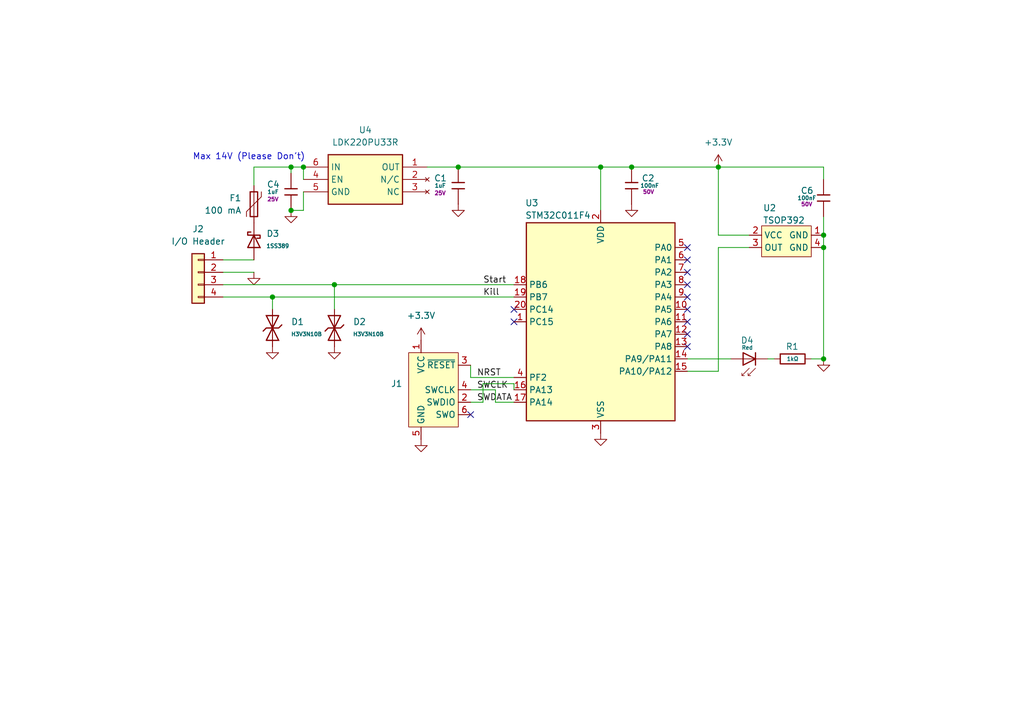
<source format=kicad_sch>
(kicad_sch (version 20250114) (generator "eeschema") (generator_version "9.0")
  (paper "A5")
  (lib_symbols
    (symbol "Connector:Conn_ARM_SWD_TagConnect_TC2030-NL" (in_bom no)
      (property "Reference" "J" (at 2.54 11.43 0))
      (property "Value" "Conn_ARM_SWD_TagConnect_TC2030-NL" (at 2.54 8.89 0))
      (symbol "Conn_ARM_SWD_TagConnect_TC2030-NL_0_0"
        (pin power_in line (at -2.54 10.16 270) (length 2.54) (name "VCC") (number "1"))
        (pin power_in line (at -2.54 -10.16 90) (length 2.54) (name "GND") (number "5"))
        (pin open_collector line (at 7.62 5.08 180) (length 2.54) (name "~{RESET}") (number "3"))
        (pin output line (at 7.62 0 180) (length 2.54) (name "SWCLK") (number "4"))
        (pin bidirectional line (at 7.62 -2.54 180) (length 2.54) (name "SWDIO") (number "2"))
        (pin input line (at 7.62 -5.08 180) (length 2.54) (name "SWO") (number "6"))
      )
      (symbol "Conn_ARM_SWD_TagConnect_TC2030-NL_0_1"
        (rectangle (start -5.08 7.62) (end 5.08 -7.62) (fill (type background)))
      )
    )
    (symbol "Connector_Generic:Conn_01x04" (pin_names (offset 1.016) (hide yes))
      (property "Reference" "J" (at 0 5.08 0))
      (property "Value" "Conn_01x04" (at 0 -7.62 0))
      (symbol "Conn_01x04_1_1"
        (rectangle (start -1.27 3.81) (end 1.27 -6.35) (stroke (width 0.254)) (fill (type background)))
        (rectangle (start -1.27 2.667) (end 0 2.413) (stroke (width 0.1524)))
        (rectangle (start -1.27 0.127) (end 0 -0.127) (stroke (width 0.1524)))
        (rectangle (start -1.27 -2.413) (end 0 -2.667) (stroke (width 0.1524)))
        (rectangle (start -1.27 -4.953) (end 0 -5.207) (stroke (width 0.1524)))
        (pin passive line (at -5.08 2.54 0) (length 3.81) (name "Pin_1") (number "1"))
        (pin passive line (at -5.08 0 0) (length 3.81) (name "Pin_2") (number "2"))
        (pin passive line (at -5.08 -2.54 0) (length 3.81) (name "Pin_3") (number "3"))
        (pin passive line (at -5.08 -5.08 0) (length 3.81) (name "Pin_4") (number "4"))
      )
    )
    (symbol "Device:Polyfuse" (pin_numbers (hide yes)) (pin_names (offset 0))
      (property "Reference" "F" (at -2.54 0 90))
      (property "Value" "Polyfuse" (at 2.54 0 90))
      (symbol "Polyfuse_0_1"
        (polyline (pts (xy -1.524 2.54) (xy -1.524 1.524) (xy 1.524 -1.524) (xy 1.524 -2.54)))
        (rectangle (start -0.762 2.54) (end 0.762 -2.54) (stroke (width 0.254)))
        (polyline (pts (xy 0 2.54) (xy 0 -2.54)))
      )
      (symbol "Polyfuse_1_1"
        (pin passive line (at 0 3.81 270) (length 1.27) (name "~") (number "1"))
        (pin passive line (at 0 -3.81 90) (length 1.27) (name "~") (number "2"))
      )
    )
    (symbol "MCU_ST_STM32C0:STM32C011F4Ux"
      (property "Reference" "U3" (at -15.494 24.384 0))
      (property "Value" "STM32C011F4" (at -15.494 21.844 0))
      (symbol "STM32C011F4Ux_0_1"
        (rectangle (start -15.24 -20.32) (end 15.24 20.32) (stroke (width 0.254)) (fill (type background)))
      )
      (symbol "STM32C011F4Ux_1_1"
        (pin bidirectional line (at -17.78 7.62 0) (length 2.54) (name "PB6") (number "18"))
        (pin bidirectional line (at -17.78 5.08 0) (length 2.54) (name "PB7") (number "19"))
        (pin bidirectional line (at -17.78 2.54 0) (length 2.54) (name "PC14") (number "20"))
        (pin bidirectional line (at -17.78 0 0) (length 2.54) (name "PC15") (number "1"))
        (pin bidirectional line (at -17.78 -11.43 0) (length 2.54) (name "PF2") (number "4"))
        (pin bidirectional line (at -17.78 -13.97 0) (length 2.54) (name "PA13") (number "16"))
        (pin bidirectional line (at -17.78 -16.51 0) (length 2.54) (name "PA14") (number "17"))
        (pin power_in line (at 0 22.86 270) (length 2.54) (name "VDD") (number "2"))
        (pin power_in line (at 0 -22.86 90) (length 2.54) (name "VSS") (number "3"))
        (pin bidirectional line (at 17.78 15.24 180) (length 2.54) (name "PA0") (number "5"))
        (pin bidirectional line (at 17.78 12.7 180) (length 2.54) (name "PA1") (number "6"))
        (pin bidirectional line (at 17.78 10.16 180) (length 2.54) (name "PA2") (number "7"))
        (pin bidirectional line (at 17.78 7.62 180) (length 2.54) (name "PA3") (number "8"))
        (pin bidirectional line (at 17.78 5.08 180) (length 2.54) (name "PA4") (number "9"))
        (pin bidirectional line (at 17.78 2.54 180) (length 2.54) (name "PA5") (number "10"))
        (pin bidirectional line (at 17.78 0 180) (length 2.54) (name "PA6") (number "11"))
        (pin bidirectional line (at 17.78 -2.54 180) (length 2.54) (name "PA7") (number "12"))
        (pin bidirectional line (at 17.78 -5.08 180) (length 2.54) (name "PA8") (number "13"))
        (pin bidirectional line (at 17.78 -7.62 180) (length 2.54) (name "PA9/PA11") (number "14"))
        (pin bidirectional line (at 17.78 -10.16 180) (length 2.54) (name "PA10/PA12") (number "15"))
      )
    )
    (symbol "PCM_JLCPCB-Capacitors:0402,100nF,(2)" (pin_numbers (hide yes)) (pin_names (offset 0))
      (property "Reference" "C" (at 2.032 1.668 0))
      (property "Value" "100nF" (at 2.032 -0.3782 0))
      (property "Voltage Rated" "50V" (at 2.032 -2.0462 0))
      (symbol "0402,100nF,(2)_0_1"
        (polyline (pts (xy -1.27 0.635) (xy 1.27 0.635)) (stroke (width 0.254)))
        (polyline (pts (xy -1.27 -0.635) (xy 1.27 -0.635)) (stroke (width 0.254)))
      )
      (symbol "0402,100nF,(2)_1_1"
        (pin passive line (at 0 3.81 270) (length 3.175) (name "~") (number "1"))
        (pin passive line (at 0 -3.81 90) (length 3.175) (name "~") (number "2"))
      )
    )
    (symbol "PCM_JLCPCB-Capacitors:0402,1uF" (pin_numbers (hide yes)) (pin_names (offset 0))
      (property "Reference" "C" (at 2.032 1.668 0))
      (property "Value" "1uF" (at 2.032 -0.3782 0))
      (property "Voltage Rated" "25V" (at 2.032 -2.0462 0))
      (symbol "0402,1uF_0_1"
        (polyline (pts (xy -1.27 0.635) (xy 1.27 0.635)) (stroke (width 0.254)))
        (polyline (pts (xy -1.27 -0.635) (xy 1.27 -0.635)) (stroke (width 0.254)))
      )
      (symbol "0402,1uF_1_1"
        (pin passive line (at 0 3.81 270) (length 3.175) (name "~") (number "1"))
        (pin passive line (at 0 -3.81 90) (length 3.175) (name "~") (number "2"))
      )
    )
    (symbol "PCM_JLCPCB-Diodes:LED,0603,Red" (pin_numbers (hide yes)) (pin_names (offset 0))
      (property "Reference" "D" (at 2.032 0.834 0))
      (property "Value" "Red" (at 2.032 -1.2122 0))
      (symbol "LED,0603,Red_0_1"
        (polyline (pts (xy -1.905 0) (xy -3.429 1.524) (xy -3.429 1.016) (xy -3.429 1.524) (xy -2.921 1.524)) (stroke (width 0.127)))
        (polyline (pts (xy -1.905 -1.27) (xy -3.429 0.254) (xy -3.429 -0.254) (xy -3.429 0.254) (xy -2.921 0.254)) (stroke (width 0.127)))
        (polyline (pts (xy -1.27 1.27) (xy 0 -1.27) (xy 1.27 1.27) (xy -1.27 1.27)) (stroke (width 0.254)))
        (polyline (pts (xy -1.27 -1.27) (xy 1.27 -1.27)) (stroke (width 0.254)))
      )
      (symbol "LED,0603,Red_1_1"
        (pin passive line (at 0 3.81 270) (length 3.81) (name "~") (number "2"))
        (pin passive line (at 0 -3.81 90) (length 3.81) (name "~") (number "1"))
      )
    )
    (symbol "PCM_JLCPCB-Diodes:Schottky,1SS389" (pin_numbers (hide yes)) (pin_names (offset 0))
      (property "Reference" "D" (at 2.032 0.834 0))
      (property "Value" "1SS389" (at 2.032 -1.2122 0))
      (symbol "Schottky,1SS389_0_1"
        (polyline (pts (xy -1.27 1.27) (xy 0 -1.27) (xy 1.27 1.27) (xy -1.27 1.27)) (stroke (width 0.254)))
        (polyline (pts (xy 0.635 -1.905) (xy 1.27 -1.905) (xy 1.27 -1.27) (xy -1.27 -1.27) (xy -1.27 -0.635) (xy -0.635 -0.635)) (stroke (width 0.254)))
      )
      (symbol "Schottky,1SS389_1_1"
        (pin passive line (at 0 3.81 270) (length 3.81) (name "~") (number "2"))
        (pin passive line (at 0 -3.81 90) (length 3.81) (name "~") (number "1"))
      )
    )
    (symbol "PCM_JLCPCB-Diodes:TVS-Bi,H3V3N10B" (pin_numbers (hide yes)) (pin_names (offset 0))
      (property "Reference" "D" (at 2.032 0.834 0))
      (property "Value" "H3V3N10B" (at 2.032 -1.2122 0))
      (symbol "TVS-Bi,H3V3N10B_0_1"
        (polyline (pts (xy -1.905 -0.635) (xy -1.27 0) (xy 1.27 0) (xy 1.905 0.635)) (stroke (width 0.254)))
        (polyline (pts (xy -1.27 2.54) (xy 0 0) (xy 1.27 2.54) (xy -1.27 2.54)) (stroke (width 0.254)))
        (polyline (pts (xy 1.27 -2.54) (xy 0 0) (xy -1.27 -2.54) (xy 1.27 -2.54)) (stroke (width 0.254)))
      )
      (symbol "TVS-Bi,H3V3N10B_1_1"
        (pin passive line (at 0 3.81 270) (length 3.81) (name "~") (number "2"))
        (pin passive line (at 0 -3.81 90) (length 3.81) (name "~") (number "1"))
      )
    )
    (symbol "PCM_JLCPCB-Resistors:0402,1kΩ" (pin_numbers (hide yes)) (pin_names (offset 0))
      (property "Reference" "R" (at 1.778 0 0))
      (property "Value" "1kΩ" (at 0 0 90))
      (symbol "0402,1kΩ_0_1"
        (rectangle (start -1.016 2.54) (end 1.016 -2.54) (stroke (width 0.254)))
      )
      (symbol "0402,1kΩ_1_1"
        (pin passive line (at 0 3.81 270) (length 1.27) (name "~") (number "1"))
        (pin passive line (at 0 -3.81 90) (length 1.27) (name "~") (number "2"))
      )
    )
    (symbol "SwiftCircuit:LDK220PU33R"
      (property "Reference" "U" (at 21.59 7.62 0))
      (property "Value" "LDK220PU33R" (at 21.59 5.08 0))
      (symbol "LDK220PU33R_1_1"
        (rectangle (start 5.08 2.54) (end 20.32 -7.62) (stroke (width 0.254)) (fill (type background)))
        (pin passive line (at 0 0 0) (length 5.08) (name "OUT") (number "1"))
        (pin no_connect line (at 0 -2.54 0) (length 5.08) (name "N/C") (number "2"))
        (pin no_connect line (at 0 -5.08 0) (length 5.08) (name "NC") (number "3"))
        (pin passive line (at 25.4 0 180) (length 5.08) (name "IN") (number "6"))
        (pin passive line (at 25.4 -2.54 180) (length 5.08) (name "EN") (number "4"))
        (pin passive line (at 25.4 -5.08 180) (length 5.08) (name "GND") (number "5"))
      )
    )
    (symbol "SwiftCircuit:TSOP392"
      (property "Reference" "U" (at 1.27 6.096 0))
      (property "Value" "TSOP392" (at 0 0 0))
      (symbol "TSOP392_1_1"
        (rectangle (start -1.27 3.175) (end 8.89 -3.175) (fill (type background)))
        (pin power_out line (at -3.81 1.27 0) (length 2.54) (name "VCC") (number "2"))
        (pin output line (at -3.81 -1.27 0) (length 2.54) (name "OUT") (number "3"))
        (pin bidirectional line (at 11.43 1.27 180) (length 2.54) (name "GND") (number "1"))
        (pin bidirectional line (at 11.43 -1.27 180) (length 2.54) (name "GND") (number "4"))
      )
    )
    (symbol "power:+3.3V" (power) (pin_numbers (hide yes)) (pin_names (offset 0) (hide yes))
      (property "Value" "+3.3V" (at 0 3.556 0))
      (symbol "+3.3V_0_1"
        (polyline (pts (xy -0.762 1.27) (xy 0 2.54)))
        (polyline (pts (xy 0 2.54) (xy 0.762 1.27)))
        (polyline (pts (xy 0 0) (xy 0 2.54)))
      )
      (symbol "+3.3V_1_1"
        (pin power_in line (at 0 0 90) (length 0) (name "~") (number "1"))
      )
    )
    (symbol "power:GND" (power) (pin_numbers (hide yes)) (pin_names (offset 0) (hide yes))
      (property "Value" "GND" (at 0 -3.81 0))
      (symbol "GND_0_1"
        (polyline (pts (xy 0 0) (xy 0 -1.27) (xy 1.27 -1.27) (xy 0 -2.54) (xy -1.27 -1.27) (xy 0 -1.27)))
      )
      (symbol "GND_1_1"
        (pin power_in line (at 0 0 270) (length 0) (name "~") (number "1"))
      )
    )
  )
  (text "Max 14V (Please Don't)" (at 51.054 32.258 0) (effects (font (size 1.27 1.27))))
  (junction (at 59.69 43.18))
  (junction (at 147.32 34.29))
  (junction (at 129.54 34.29))
  (junction (at 62.23 34.29))
  (junction (at 168.91 73.66))
  (junction (at 93.98 34.29))
  (junction (at 168.91 48.26))
  (junction (at 59.69 34.29))
  (junction (at 168.91 50.8))
  (junction (at 123.19 34.29))
  (junction (at 55.88 60.96))
  (junction (at 68.58 58.42))
  (no_connect (at 140.97 66.04))
  (no_connect (at 105.41 63.5))
  (no_connect (at 96.52 85.09))
  (no_connect (at 140.97 60.96))
  (no_connect (at 140.97 68.58))
  (no_connect (at 140.97 50.8))
  (no_connect (at 140.97 55.88))
  (no_connect (at 140.97 63.5))
  (no_connect (at 105.41 66.04))
  (no_connect (at 140.97 58.42))
  (no_connect (at 140.97 71.12))
  (no_connect (at 140.97 53.34))
  (wire (pts (xy 147.32 48.26) (xy 153.67 48.26)))
  (wire (pts (xy 93.98 34.29) (xy 123.19 34.29)))
  (wire (pts (xy 101.6 80.01) (xy 101.6 82.55)))
  (wire (pts (xy 52.07 34.29) (xy 52.07 38.1)))
  (wire (pts (xy 96.52 82.55) (xy 99.06 82.55)))
  (wire (pts (xy 168.91 44.45) (xy 168.91 48.26)))
  (wire (pts (xy 45.72 60.96) (xy 55.88 60.96)))
  (wire (pts (xy 68.58 58.42) (xy 105.41 58.42)))
  (wire (pts (xy 52.07 55.88) (xy 45.72 55.88)))
  (wire (pts (xy 147.32 50.8) (xy 147.32 76.2)))
  (wire (pts (xy 149.86 73.66) (xy 140.97 73.66)))
  (wire (pts (xy 45.72 58.42) (xy 68.58 58.42)))
  (wire (pts (xy 123.19 34.29) (xy 123.19 43.18)))
  (wire (pts (xy 96.52 80.01) (xy 101.6 80.01)))
  (wire (pts (xy 59.69 34.29) (xy 59.69 35.56)))
  (wire (pts (xy 147.32 50.8) (xy 153.67 50.8)))
  (wire (pts (xy 123.19 34.29) (xy 129.54 34.29)))
  (wire (pts (xy 140.97 76.2) (xy 147.32 76.2)))
  (wire (pts (xy 55.88 60.96) (xy 105.41 60.96)))
  (wire (pts (xy 129.54 34.29) (xy 147.32 34.29)))
  (wire (pts (xy 147.32 34.29) (xy 147.32 48.26)))
  (wire (pts (xy 68.58 58.42) (xy 68.58 63.5)))
  (wire (pts (xy 99.06 82.55) (xy 99.06 78.74)))
  (wire (pts (xy 99.06 78.74) (xy 105.41 78.74)))
  (wire (pts (xy 158.75 73.66) (xy 157.48 73.66)))
  (wire (pts (xy 62.23 39.37) (xy 62.23 43.18)))
  (wire (pts (xy 52.07 53.34) (xy 45.72 53.34)))
  (wire (pts (xy 168.91 34.29) (xy 147.32 34.29)))
  (wire (pts (xy 96.52 77.47) (xy 96.52 74.93)))
  (wire (pts (xy 105.41 78.74) (xy 105.41 80.01)))
  (wire (pts (xy 62.23 34.29) (xy 62.23 36.83)))
  (wire (pts (xy 87.63 34.29) (xy 93.98 34.29)))
  (wire (pts (xy 62.23 43.18) (xy 59.69 43.18)))
  (wire (pts (xy 52.07 34.29) (xy 59.69 34.29)))
  (wire (pts (xy 101.6 82.55) (xy 105.41 82.55)))
  (wire (pts (xy 96.52 77.47) (xy 105.41 77.47)))
  (wire (pts (xy 168.91 34.29) (xy 168.91 36.83)))
  (wire (pts (xy 55.88 63.5) (xy 55.88 60.96)))
  (wire (pts (xy 166.37 73.66) (xy 168.91 73.66)))
  (wire (pts (xy 59.69 34.29) (xy 62.23 34.29)))
  (wire (pts (xy 168.91 50.8) (xy 168.91 48.26)))
  (wire (pts (xy 168.91 50.8) (xy 168.91 73.66)))
  (label "Kill" (at 99.06 60.96 0))
  (label "SWCLK" (at 97.79 80.01 0))
  (label "Start" (at 99.06 58.42 0))
  (label "NRST" (at 97.79 77.47 0))
  (label "SWDATA" (at 97.79 82.55 0))
  (symbol (lib_id "PCM_JLCPCB-Diodes:Schottky,1SS389") (at 52.07 49.53 180) (unit 1)
    (property "Reference" "D3" (at 54.61 47.9424 0) (effects (justify right)))
    (property "Value" "1SS389" (at 54.61 50.4825 0) (effects (font (size 0.8 0.8)) (justify right)))
    (property "Footprint" "PCM_JLCPCB:D_SOD-523" (effects (hide yes)))
    (property "Datasheet" "https://wmsc.lcsc.com/wmsc/upload/file/pdf/v2/lcsc/2406171617_hongjiacheng-1SS389_C22466369.pdf" (effects (hide yes)))
    (property "Description" "10V Independent Type 500mV@100mA 100mA SOD-523 Schottky Diodes ROHS" (effects (hide yes)))
    (property "LCSC" "C22466369" (effects (hide yes)))
    (property "Stock" "4454" (effects (hide yes)))
    (property "Price" "0.016USD" (effects (hide yes)))
    (property "Process" "SMT" (effects (hide yes)))
    (property "Minimum Qty" "20" (effects (hide yes)))
    (property "Attrition Qty" "6" (effects (hide yes)))
    (property "Class" "Preferred Component" (effects (hide yes)))
    (property "Category" "Diodes,Schottky Diodes" (effects (hide yes)))
    (property "Manufacturer" "hongjiacheng" (effects (hide yes)))
    (property "Part" "1SS389" (effects (hide yes)))
  )
  (symbol (lib_id "power:GND") (at 68.58 71.12 0) (unit 1)
    (property "Reference" "#PWR011" (effects (hide yes)))
    (property "Value" "GND" (effects (hide yes)))
    (property "Description" "Power symbol creates a global label with name \"GND\" , ground" (effects (hide yes)))
  )
  (symbol (lib_id "power:GND") (at 55.88 71.12 0) (unit 1)
    (property "Reference" "#PWR010" (effects (hide yes)))
    (property "Value" "GND" (effects (hide yes)))
    (property "Description" "Power symbol creates a global label with name \"GND\" , ground" (effects (hide yes)))
  )
  (symbol (lib_id "PCM_JLCPCB-Capacitors:0402,100nF,(2)") (at 168.91 40.64 0) (mirror y) (unit 1)
    (property "Reference" "C6" (at 166.878 39.116 0) (effects (justify left)))
    (property "Value" "100nF" (at 167.386 40.64 0) (effects (font (size 0.8 0.8)) (justify left)))
    (property "Footprint" "PCM_JLCPCB:C_0402" (effects (hide yes)))
    (property "Datasheet" "https://www.lcsc.com/datasheet/lcsc_datasheet_2304140030_Samsung-Electro-Mechanics-CL05B104KB54PNC_C307331.pdf" (effects (hide yes)))
    (property "Description" "50V 100nF X7R ±10% 0402 Multilayer Ceramic Capacitors MLCC - SMD/SMT ROHS" (effects (hide yes)))
    (property "LCSC" "C307331" (effects (hide yes)))
    (property "Stock" "4519544" (effects (hide yes)))
    (property "Price" "0.008USD" (effects (hide yes)))
    (property "Process" "SMT" (effects (hide yes)))
    (property "Minimum Qty" "20" (effects (hide yes)))
    (property "Attrition Qty" "10" (effects (hide yes)))
    (property "Class" "Basic Component" (effects (hide yes)))
    (property "Category" "Capacitors,Multilayer Ceramic Capacitors MLCC - SMD/SMT" (effects (hide yes)))
    (property "Manufacturer" "Samsung Electro-Mechanics" (effects (hide yes)))
    (property "Part" "CL05B104KB54PNC" (effects (hide yes)))
    (property "Voltage Rated" "50V" (at 166.624 41.91 0) (effects (font (size 0.8 0.8)) (justify left)))
    (property "Tolerance" "±10%" (effects (hide yes)))
    (property "Capacitance" "100nF" (effects (hide yes)))
    (property "Temperature Coefficient" "X7R" (effects (hide yes)))
  )
  (symbol (lib_id "PCM_JLCPCB-Diodes:LED,0603,Red") (at 153.67 73.66 90) (unit 1)
    (property "Reference" "D4" (at 151.892 69.85 90) (effects (justify right)))
    (property "Value" "Red" (at 152.0825 71.3422 90) (effects (font (size 0.8 0.8)) (justify right)))
    (property "Footprint" "PCM_JLCPCB:D_0603" (effects (hide yes)))
    (property "Datasheet" "https://www.lcsc.com/datasheet/lcsc_datasheet_1810231112_Hubei-KENTO-Elec-KT-0603R_C2286.pdf" (effects (hide yes)))
    (property "Description" "-40°C~+85°C Red 0603 LED Indication - Discrete ROHS" (effects (hide yes)))
    (property "LCSC" "C2286" (effects (hide yes)))
    (property "Stock" "2875790" (effects (hide yes)))
    (property "Price" "0.009USD" (effects (hide yes)))
    (property "Process" "SMT" (effects (hide yes)))
    (property "Minimum Qty" "20" (effects (hide yes)))
    (property "Attrition Qty" "6" (effects (hide yes)))
    (property "Class" "Basic Component" (effects (hide yes)))
    (property "Category" "Optocouplers & LEDs & Infrared,Light Emitting Diodes (LED)" (effects (hide yes)))
    (property "Manufacturer" "Hubei KENTO Elec" (effects (hide yes)))
    (property "Part" "KT-0603R" (effects (hide yes)))
  )
  (symbol (lib_id "power:GND") (at 93.98 41.91 0) (unit 1)
    (property "Reference" "#PWR04" (effects (hide yes)))
    (property "Value" "GND" (effects (hide yes)))
    (property "Description" "Power symbol creates a global label with name \"GND\" , ground" (effects (hide yes)))
  )
  (symbol (lib_id "Connector_Generic:Conn_01x04") (at 40.64 55.88 0) (mirror y) (unit 1)
    (property "Reference" "J2" (at 40.64 46.99 0))
    (property "Value" "I/O Header" (at 40.64 49.53 0))
    (property "Footprint" "Connector_PinHeader_2.54mm:PinHeader_1x04_P2.54mm_Vertical" (effects (hide yes)))
    (property "Description" "Generic connector, single row, 01x04, script generated (kicad-library-utils/schlib/autogen/connector/)" (effects (hide yes)))
  )
  (symbol (lib_id "MCU_ST_STM32C0:STM32C011F4Ux") (at 123.19 66.04 0) (unit 1)
    (property "Reference" "U3" (at 107.696 41.656 0) (effects (justify left)))
    (property "Value" "STM32C011F4" (at 107.696 44.196 0) (effects (justify left)))
    (property "Footprint" "Package_DFN_QFN:ST_UFQFPN-20_3x3mm_P0.5mm" (effects (hide yes)))
    (property "Datasheet" "https://www.st.com/resource/en/datasheet/stm32c011f4.pdf" (effects (hide yes)))
    (property "Description" "STMicroelectronics Arm Cortex-M0+ MCU, 16KB flash, 6KB RAM, 48 MHz, 2.0-3.6V, 18 GPIO, UFQFPN20" (effects (hide yes)))
  )
  (symbol (lib_id "power:GND") (at 59.69 43.18 0) (unit 1)
    (property "Reference" "#PWR01" (effects (hide yes)))
    (property "Value" "GND" (effects (hide yes)))
    (property "Description" "Power symbol creates a global label with name \"GND\" , ground" (effects (hide yes)))
  )
  (symbol (lib_id "PCM_JLCPCB-Diodes:TVS-Bi,H3V3N10B") (at 68.58 67.31 0) (unit 1)
    (property "Reference" "D2" (at 72.39 66.0399 0) (effects (justify left)))
    (property "Value" "H3V3N10B" (at 72.39 68.58 0) (effects (font (size 0.8 0.8)) (justify left)))
    (property "Footprint" "PCM_JLCPCB:D_DFN1006-2L" (effects (hide yes)))
    (property "Datasheet" "https://wmsc.lcsc.com/wmsc/upload/file/pdf/v2/lcsc/2402021507_hongjiacheng-H3V3N10B_C20617909.pdf" (effects (hide yes)))
    (property "Description" "8A 10V 80W 6V Bidirectional 3.3V DFN1006-2L ESD and Surge Protection (TVS/ESD) ROHS" (effects (hide yes)))
    (property "LCSC" "C20617909" (effects (hide yes)))
    (property "Stock" "5860" (effects (hide yes)))
    (property "Price" "0.016USD" (effects (hide yes)))
    (property "Process" "SMT" (effects (hide yes)))
    (property "Minimum Qty" "20" (effects (hide yes)))
    (property "Attrition Qty" "10" (effects (hide yes)))
    (property "Class" "Preferred Component" (effects (hide yes)))
    (property "Category" "TVS/Fuse/Board Level Protection,Electrostatic And Surge Protection (TVS/ESD)" (effects (hide yes)))
    (property "Manufacturer" "hongjiacheng" (effects (hide yes)))
    (property "Part" "H3V3N10B" (effects (hide yes)))
  )
  (symbol (lib_id "power:GND") (at 129.54 41.91 0) (unit 1)
    (property "Reference" "#PWR03" (effects (hide yes)))
    (property "Value" "GND" (effects (hide yes)))
    (property "Description" "Power symbol creates a global label with name \"GND\" , ground" (effects (hide yes)))
  )
  (symbol (lib_id "PCM_JLCPCB-Capacitors:0402,1uF") (at 93.98 38.1 0) (mirror y) (unit 1)
    (property "Reference" "C1" (at 91.694 36.576 0) (effects (justify left)))
    (property "Value" "1uF" (at 91.44 38.1 0) (effects (font (size 0.8 0.8)) (justify left)))
    (property "Footprint" "PCM_JLCPCB:C_0402" (effects (hide yes)))
    (property "Datasheet" "https://www.lcsc.com/datasheet/lcsc_datasheet_2304140030_Samsung-Electro-Mechanics-CL05A105KA5NQNC_C52923.pdf" (effects (hide yes)))
    (property "Description" "25V 1uF X5R ±10% 0402 Multilayer Ceramic Capacitors MLCC - SMD/SMT ROHS" (effects (hide yes)))
    (property "LCSC" "C52923" (effects (hide yes)))
    (property "Stock" "7796525" (effects (hide yes)))
    (property "Price" "0.006USD" (effects (hide yes)))
    (property "Process" "SMT" (effects (hide yes)))
    (property "Minimum Qty" "20" (effects (hide yes)))
    (property "Attrition Qty" "10" (effects (hide yes)))
    (property "Class" "Basic Component" (effects (hide yes)))
    (property "Category" "Capacitors,Multilayer Ceramic Capacitors MLCC - SMD/SMT" (effects (hide yes)))
    (property "Manufacturer" "Samsung Electro-Mechanics" (effects (hide yes)))
    (property "Part" "CL05A105KA5NQNC" (effects (hide yes)))
    (property "Voltage Rated" "25V" (at 91.44 39.624 0) (effects (font (size 0.8 0.8)) (justify left)))
    (property "Tolerance" "±10%" (effects (hide yes)))
    (property "Capacitance" "1uF" (effects (hide yes)))
    (property "Temperature Coefficient" "X5R" (effects (hide yes)))
  )
  (symbol (lib_id "SwiftCircuit:TSOP392") (at 157.48 49.53 0) (unit 1)
    (property "Reference" "U2" (at 156.464 42.672 0) (effects (justify left)))
    (property "Value" "TSOP392" (at 156.464 45.212 0) (effects (justify left)))
    (property "Footprint" "UniversalAlexLibrary:TVCastSMD4" (effects (hide yes)))
  )
  (symbol (lib_id "power:GND") (at 86.36 90.17 0) (unit 1)
    (property "Reference" "#PWR07" (effects (hide yes)))
    (property "Value" "GND" (effects (hide yes)))
    (property "Description" "Power symbol creates a global label with name \"GND\" , ground" (effects (hide yes)))
  )
  (symbol (lib_id "Connector:Conn_ARM_SWD_TagConnect_TC2030-NL") (at 88.9 80.01 0) (unit 1) (in_bom no)
    (property "Reference" "J1" (at 82.55 78.7399 0) (effects (justify right)))
    (property "Value" "Conn_ARM_SWD_TagConnect_TC2030-NL" (effects (hide yes)))
    (property "Footprint" "Connector:Tag-Connect_TC2030-IDC-NL_2x03_P1.27mm_Vertical" (effects (hide yes)))
    (property "Datasheet" "https://www.tag-connect.com/wp-content/uploads/bsk-pdf-manager/TC2030-CTX_1.pdf" (effects (hide yes)))
    (property "Description" "Tag-Connect ARM Cortex SWD JTAG connector, 6 pin, no legs" (effects (hide yes)))
  )
  (symbol (lib_id "PCM_JLCPCB-Capacitors:0402,1uF") (at 59.69 39.37 0) (mirror y) (unit 1)
    (property "Reference" "C4" (at 57.404 37.846 0) (effects (justify left)))
    (property "Value" "1uF" (at 57.15 39.37 0) (effects (font (size 0.8 0.8)) (justify left)))
    (property "Footprint" "PCM_JLCPCB:C_0402" (effects (hide yes)))
    (property "Datasheet" "https://www.lcsc.com/datasheet/lcsc_datasheet_2304140030_Samsung-Electro-Mechanics-CL05A105KA5NQNC_C52923.pdf" (effects (hide yes)))
    (property "Description" "25V 1uF X5R ±10% 0402 Multilayer Ceramic Capacitors MLCC - SMD/SMT ROHS" (effects (hide yes)))
    (property "LCSC" "C52923" (effects (hide yes)))
    (property "Stock" "7796525" (effects (hide yes)))
    (property "Price" "0.006USD" (effects (hide yes)))
    (property "Process" "SMT" (effects (hide yes)))
    (property "Minimum Qty" "20" (effects (hide yes)))
    (property "Attrition Qty" "10" (effects (hide yes)))
    (property "Class" "Basic Component" (effects (hide yes)))
    (property "Category" "Capacitors,Multilayer Ceramic Capacitors MLCC - SMD/SMT" (effects (hide yes)))
    (property "Manufacturer" "Samsung Electro-Mechanics" (effects (hide yes)))
    (property "Part" "CL05A105KA5NQNC" (effects (hide yes)))
    (property "Voltage Rated" "25V" (at 57.15 40.894 0) (effects (font (size 0.8 0.8)) (justify left)))
    (property "Tolerance" "±10%" (effects (hide yes)))
    (property "Capacitance" "1uF" (effects (hide yes)))
    (property "Temperature Coefficient" "X5R" (effects (hide yes)))
  )
  (symbol (lib_id "power:+3.3V") (at 86.36 69.85 0) (unit 1)
    (property "Reference" "#PWR05" (effects (hide yes)))
    (property "Value" "+3.3V" (at 86.36 64.77 0))
    (property "Description" "Power symbol creates a global label with name \"+3.3V\"" (effects (hide yes)))
  )
  (symbol (lib_id "PCM_JLCPCB-Resistors:0402,1kΩ") (at 162.56 73.66 90) (unit 1)
    (property "Reference" "R1" (at 163.83 71.12 90) (effects (justify left)))
    (property "Value" "1kΩ" (at 162.56 73.66 90) (effects (font (size 0.8 0.8))))
    (property "Footprint" "PCM_JLCPCB:R_0402" (effects (hide yes)))
    (property "Datasheet" "https://www.lcsc.com/datasheet/lcsc_datasheet_2206010216_UNI-ROYAL-Uniroyal-Elec-0402WGF1001TCE_C11702.pdf" (effects (hide yes)))
    (property "Description" "62.5mW Thick Film Resistors 50V ±100ppm/°C ±1% 1kΩ 0402 Chip Resistor - Surface Mount ROHS" (effects (hide yes)))
    (property "LCSC" "C11702" (effects (hide yes)))
    (property "Stock" "6792566" (effects (hide yes)))
    (property "Price" "0.004USD" (effects (hide yes)))
    (property "Process" "SMT" (effects (hide yes)))
    (property "Minimum Qty" "20" (effects (hide yes)))
    (property "Attrition Qty" "10" (effects (hide yes)))
    (property "Class" "Basic Component" (effects (hide yes)))
    (property "Category" "Resistors,Chip Resistor - Surface Mount" (effects (hide yes)))
    (property "Manufacturer" "UNI-ROYAL(Uniroyal Elec)" (effects (hide yes)))
    (property "Part" "0402WGF1001TCE" (effects (hide yes)))
    (property "Resistance" "1kΩ" (effects (hide yes)))
    (property "Power(Watts)" "62.5mW" (effects (hide yes)))
    (property "Type" "Thick Film Resistors" (effects (hide yes)))
    (property "Overload Voltage (Max)" "50V" (effects (hide yes)))
    (property "Operating Temperature Range" "-55°C~+155°C" (effects (hide yes)))
    (property "Tolerance" "±1%" (effects (hide yes)))
    (property "Temperature Coefficient" "±100ppm/°C" (effects (hide yes)))
  )
  (symbol (lib_id "PCM_JLCPCB-Diodes:TVS-Bi,H3V3N10B") (at 55.88 67.31 0) (unit 1)
    (property "Reference" "D1" (at 59.69 66.0399 0) (effects (justify left)))
    (property "Value" "H3V3N10B" (at 59.69 68.58 0) (effects (font (size 0.8 0.8)) (justify left)))
    (property "Footprint" "PCM_JLCPCB:D_DFN1006-2L" (effects (hide yes)))
    (property "Datasheet" "https://wmsc.lcsc.com/wmsc/upload/file/pdf/v2/lcsc/2402021507_hongjiacheng-H3V3N10B_C20617909.pdf" (effects (hide yes)))
    (property "Description" "8A 10V 80W 6V Bidirectional 3.3V DFN1006-2L ESD and Surge Protection (TVS/ESD) ROHS" (effects (hide yes)))
    (property "LCSC" "C20617909" (effects (hide yes)))
    (property "Stock" "5860" (effects (hide yes)))
    (property "Price" "0.016USD" (effects (hide yes)))
    (property "Process" "SMT" (effects (hide yes)))
    (property "Minimum Qty" "20" (effects (hide yes)))
    (property "Attrition Qty" "10" (effects (hide yes)))
    (property "Class" "Preferred Component" (effects (hide yes)))
    (property "Category" "TVS/Fuse/Board Level Protection,Electrostatic And Surge Protection (TVS/ESD)" (effects (hide yes)))
    (property "Manufacturer" "hongjiacheng" (effects (hide yes)))
    (property "Part" "H3V3N10B" (effects (hide yes)))
  )
  (symbol (lib_id "power:+3.3V") (at 147.32 34.29 0) (unit 1)
    (property "Reference" "#PWR02" (effects (hide yes)))
    (property "Value" "+3.3V" (at 147.32 29.21 0))
    (property "Description" "Power symbol creates a global label with name \"+3.3V\"" (effects (hide yes)))
  )
  (symbol (lib_id "power:GND") (at 168.91 73.66 0) (unit 1)
    (property "Reference" "#PWR012" (effects (hide yes)))
    (property "Value" "GND" (effects (hide yes)))
    (property "Description" "Power symbol creates a global label with name \"GND\" , ground" (effects (hide yes)))
  )
  (symbol (lib_id "PCM_JLCPCB-Capacitors:0402,100nF,(2)") (at 129.54 38.1 0) (unit 1)
    (property "Reference" "C2" (at 131.572 36.576 0) (effects (justify left)))
    (property "Value" "100nF" (at 131.318 38.1 0) (effects (font (size 0.8 0.8)) (justify left)))
    (property "Footprint" "PCM_JLCPCB:C_0402" (effects (hide yes)))
    (property "Datasheet" "https://www.lcsc.com/datasheet/lcsc_datasheet_2304140030_Samsung-Electro-Mechanics-CL05B104KB54PNC_C307331.pdf" (effects (hide yes)))
    (property "Description" "50V 100nF X7R ±10% 0402 Multilayer Ceramic Capacitors MLCC - SMD/SMT ROHS" (effects (hide yes)))
    (property "LCSC" "C307331" (effects (hide yes)))
    (property "Stock" "4519544" (effects (hide yes)))
    (property "Price" "0.008USD" (effects (hide yes)))
    (property "Process" "SMT" (effects (hide yes)))
    (property "Minimum Qty" "20" (effects (hide yes)))
    (property "Attrition Qty" "10" (effects (hide yes)))
    (property "Class" "Basic Component" (effects (hide yes)))
    (property "Category" "Capacitors,Multilayer Ceramic Capacitors MLCC - SMD/SMT" (effects (hide yes)))
    (property "Manufacturer" "Samsung Electro-Mechanics" (effects (hide yes)))
    (property "Part" "CL05B104KB54PNC" (effects (hide yes)))
    (property "Voltage Rated" "50V" (at 131.826 39.37 0) (effects (font (size 0.8 0.8)) (justify left)))
    (property "Tolerance" "±10%" (effects (hide yes)))
    (property "Capacitance" "100nF" (effects (hide yes)))
    (property "Temperature Coefficient" "X7R" (effects (hide yes)))
  )
  (symbol (lib_id "power:GND") (at 52.07 55.88 0) (unit 1)
    (property "Reference" "#PWR08" (effects (hide yes)))
    (property "Value" "GND" (effects (hide yes)))
    (property "Description" "Power symbol creates a global label with name \"GND\" , ground" (effects (hide yes)))
  )
  (symbol (lib_id "Device:Polyfuse") (at 52.07 41.91 0) (mirror y) (unit 1)
    (property "Reference" "F1" (at 49.53 40.6399 0) (effects (justify left)))
    (property "Value" "100 mA" (at 49.53 43.1799 0) (effects (justify left)))
    (property "Footprint" "Fuse:Fuse_0603_1608Metric" (effects (hide yes)))
    (property "Description" "Resettable fuse, polymeric positive temperature coefficient" (effects (hide yes)))
  )
  (symbol (lib_id "power:GND") (at 123.19 88.9 0) (unit 1)
    (property "Reference" "#PWR09" (effects (hide yes)))
    (property "Value" "GND" (effects (hide yes)))
    (property "Description" "Power symbol creates a global label with name \"GND\" , ground" (effects (hide yes)))
  )
  (symbol (lib_id "SwiftCircuit:LDK220PU33R") (at 87.63 34.29 0) (mirror y) (unit 1)
    (property "Reference" "U4" (at 74.93 26.67 0))
    (property "Value" "LDK220PU33R" (at 74.93 29.21 0))
    (property "Footprint" "LDK220PU33R" (effects (hide yes)))
    (property "Datasheet" "https://www.st.com/resource/en/datasheet/ldk220.pdf" (effects (hide yes)))
    (property "Description" "LDO Voltage Regulators 200 mA low quiescent current and low noise LDO" (effects (hide yes)))
    (property "Height" "0.5" (effects (hide yes)))
    (property "Mouser Part Number" "511-LDK220PU33R" (effects (hide yes)))
    (property "Mouser Price/Stock" "https://www.mouser.co.uk/ProductDetail/STMicroelectronics/LDK220PU33R?qs=WHlX%252B%252B9%2FRwDpjnM8g%252BfY2w%3D%3D" (effects (hide yes)))
    (property "Manufacturer_Name" "STMicroelectronics" (effects (hide yes)))
    (property "Manufacturer_Part_Number" "LDK220PU33R" (effects (hide yes)))
  )
)
</source>
